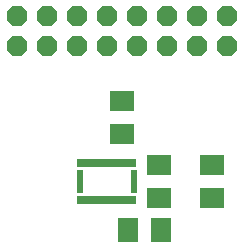
<source format=gbr>
G04 EAGLE Gerber RS-274X export*
G75*
%MOMM*%
%FSLAX34Y34*%
%LPD*%
%INSoldermask Top*%
%IPPOS*%
%AMOC8*
5,1,8,0,0,1.08239X$1,22.5*%
G01*
%ADD10P,1.869504X8X22.500000*%
%ADD11R,2.003200X1.803200*%
%ADD12R,1.803200X2.003200*%
%ADD13R,2.006200X1.803200*%
%ADD14R,0.503200X0.728200*%
%ADD15R,0.628200X0.503200*%


D10*
X38100Y190500D03*
X63500Y190500D03*
X88900Y190500D03*
X114300Y190500D03*
X139700Y190500D03*
X165100Y190500D03*
X38100Y215900D03*
X63500Y215900D03*
X88900Y215900D03*
X114300Y215900D03*
X139700Y215900D03*
X165100Y215900D03*
X190500Y190500D03*
X215900Y190500D03*
X190500Y215900D03*
X215900Y215900D03*
D11*
X158750Y62200D03*
X158750Y90200D03*
X127000Y116175D03*
X127000Y144175D03*
D12*
X132050Y34925D03*
X160050Y34925D03*
D13*
X203200Y61980D03*
X203200Y90420D03*
D14*
X136800Y60575D03*
D15*
X137425Y68700D03*
X137425Y73700D03*
X137425Y78700D03*
X137425Y83700D03*
D14*
X136800Y91825D03*
X131800Y91825D03*
X126800Y91825D03*
X121800Y91825D03*
X116800Y91825D03*
X111800Y91825D03*
X106800Y91825D03*
X101800Y91825D03*
X96800Y91825D03*
X91800Y91825D03*
D15*
X91175Y83700D03*
X91175Y78700D03*
X91175Y73700D03*
X91175Y68700D03*
D14*
X91800Y60575D03*
X96800Y60575D03*
X101800Y60575D03*
X106800Y60575D03*
X111800Y60575D03*
X116800Y60575D03*
X121800Y60575D03*
X126800Y60575D03*
X131800Y60575D03*
M02*

</source>
